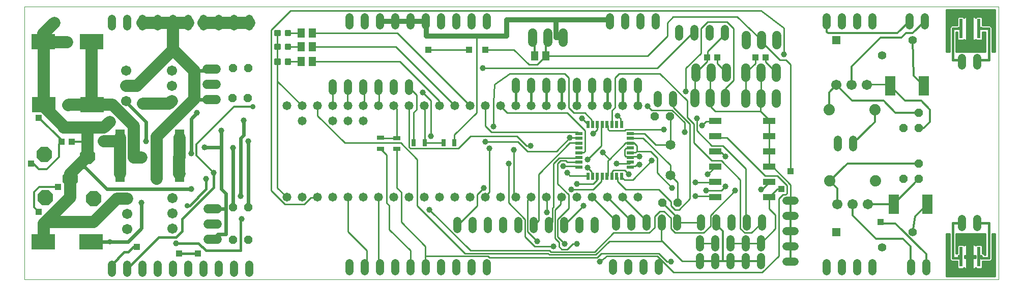
<source format=gtl>
G75*
%MOIN*%
%OFA0B0*%
%FSLAX25Y25*%
%IPPOS*%
%LPD*%
%AMOC8*
5,1,8,0,0,1.08239X$1,22.5*
%
%ADD10C,0.00000*%
%ADD11OC8,0.05200*%
%ADD12C,0.06000*%
%ADD13OC8,0.10000*%
%ADD14R,0.07900X0.04300*%
%ADD15C,0.05800*%
%ADD16C,0.06750*%
%ADD17R,0.05000X0.02200*%
%ADD18R,0.02200X0.05000*%
%ADD19C,0.06500*%
%ADD20C,0.05200*%
%ADD21R,0.15748X0.09843*%
%ADD22R,0.06181X0.11102*%
%ADD23R,0.03150X0.04724*%
%ADD24R,0.04724X0.03150*%
%ADD25R,0.05543X0.05543*%
%ADD26C,0.05543*%
%ADD27R,0.07087X0.12598*%
%ADD28C,0.07400*%
%ADD29R,0.05118X0.05906*%
%ADD30C,0.01181*%
%ADD31R,0.01969X0.12992*%
%ADD32R,0.01575X0.01969*%
%ADD33R,0.05118X0.12992*%
%ADD34R,0.03937X0.04331*%
%ADD35R,0.04331X0.03937*%
%ADD36C,0.00984*%
%ADD37C,0.03962*%
%ADD38C,0.02400*%
%ADD39C,0.01000*%
%ADD40C,0.01575*%
%ADD41C,0.01200*%
%ADD42R,0.03962X0.03962*%
%ADD43C,0.07874*%
%ADD44C,0.03569*%
%ADD45C,0.03200*%
%ADD46C,0.01600*%
%ADD47R,0.02600X0.02600*%
D10*
X0115195Y0123933D02*
X0115195Y0302634D01*
X0753659Y0302634D01*
X0753659Y0123933D01*
X0115195Y0123933D01*
D11*
X0251967Y0149681D03*
X0261967Y0149681D03*
X0261967Y0171020D03*
X0251967Y0171020D03*
X0251573Y0242634D03*
X0261573Y0242634D03*
X0261967Y0262594D03*
X0251967Y0262594D03*
X0528089Y0230665D03*
X0538089Y0230665D03*
X0533148Y0174209D03*
X0543148Y0174209D03*
X0691396Y0189799D03*
X0701396Y0189799D03*
X0701396Y0199799D03*
X0701396Y0223264D03*
X0691396Y0223264D03*
X0701396Y0233264D03*
D12*
X0607974Y0239366D02*
X0607974Y0245366D01*
X0597974Y0245366D02*
X0597974Y0239366D01*
X0587974Y0239366D02*
X0587974Y0245366D01*
X0574510Y0245681D02*
X0574510Y0239681D01*
X0564510Y0239681D02*
X0564510Y0245681D01*
X0554510Y0245681D02*
X0554510Y0239681D01*
X0555297Y0256374D02*
X0555297Y0262374D01*
X0565297Y0262374D02*
X0565297Y0256374D01*
X0575297Y0256374D02*
X0575297Y0262374D01*
X0587974Y0262453D02*
X0587974Y0256453D01*
X0597974Y0256453D02*
X0597974Y0262453D01*
X0607974Y0262453D02*
X0607974Y0256453D01*
X0608100Y0277835D02*
X0608100Y0283835D01*
X0598100Y0283835D02*
X0598100Y0277835D01*
X0588100Y0277835D02*
X0588100Y0283835D01*
X0468112Y0285382D02*
X0468112Y0279382D01*
X0458112Y0279382D02*
X0458112Y0285382D01*
X0448112Y0285382D02*
X0448112Y0279382D01*
X0240793Y0261650D02*
X0234793Y0261650D01*
X0234793Y0251650D02*
X0240793Y0251650D01*
X0240793Y0241650D02*
X0234793Y0241650D01*
X0235581Y0169988D02*
X0241581Y0169988D01*
X0241581Y0159988D02*
X0235581Y0159988D01*
X0235581Y0149988D02*
X0241581Y0149988D01*
D13*
X0160510Y0176807D03*
X0145116Y0189878D03*
X0129014Y0177516D03*
X0128069Y0205665D03*
X0156415Y0204484D03*
D14*
X0567889Y0207634D03*
X0567889Y0217634D03*
X0567889Y0227634D03*
X0603289Y0227634D03*
X0603289Y0217634D03*
X0603289Y0207634D03*
X0603289Y0197634D03*
X0603289Y0187634D03*
X0603289Y0177634D03*
X0567889Y0177634D03*
X0567889Y0187634D03*
X0567889Y0197634D03*
D15*
X0517100Y0177862D03*
X0507100Y0177862D03*
X0497100Y0177862D03*
X0487100Y0177862D03*
X0477100Y0177862D03*
X0467100Y0177862D03*
X0457100Y0177862D03*
X0447100Y0177862D03*
X0437100Y0177862D03*
X0427100Y0177862D03*
X0417100Y0177862D03*
X0407100Y0177862D03*
X0397100Y0177862D03*
X0387100Y0177862D03*
X0377100Y0177862D03*
X0367100Y0177862D03*
X0357100Y0177862D03*
X0347100Y0177862D03*
X0337100Y0177862D03*
X0327100Y0177862D03*
X0317100Y0177862D03*
X0307100Y0177862D03*
X0297100Y0177862D03*
X0287100Y0177862D03*
X0297100Y0227862D03*
X0297100Y0237862D03*
X0287100Y0237862D03*
X0307100Y0237862D03*
X0317100Y0237862D03*
X0327100Y0237862D03*
X0337100Y0237862D03*
X0347100Y0237862D03*
X0357100Y0237862D03*
X0367100Y0237862D03*
X0377100Y0237862D03*
X0387100Y0237862D03*
X0397100Y0237862D03*
X0407100Y0237862D03*
X0417100Y0237862D03*
X0427100Y0237862D03*
X0437100Y0237862D03*
X0447100Y0237862D03*
X0457100Y0237862D03*
X0467100Y0237862D03*
X0477100Y0237862D03*
X0487100Y0237862D03*
X0497100Y0237862D03*
X0507100Y0237862D03*
X0517100Y0237862D03*
X0337100Y0227862D03*
X0327100Y0227862D03*
X0317100Y0227862D03*
D16*
X0211793Y0240941D03*
X0211793Y0250941D03*
X0211793Y0260941D03*
X0181998Y0260862D03*
X0181998Y0250862D03*
X0181998Y0240862D03*
X0182675Y0176650D03*
X0182675Y0166650D03*
X0182675Y0156650D03*
X0212085Y0157043D03*
X0212085Y0167043D03*
X0212085Y0177043D03*
X0647852Y0173146D03*
X0657852Y0173146D03*
X0667852Y0173146D03*
X0667360Y0251394D03*
X0657360Y0251394D03*
X0647360Y0251394D03*
D17*
X0512323Y0219531D03*
X0512323Y0216382D03*
X0512323Y0213232D03*
X0512323Y0210083D03*
X0512323Y0206933D03*
X0512323Y0203783D03*
X0512323Y0200634D03*
X0512323Y0197484D03*
X0478523Y0197484D03*
X0478523Y0200634D03*
X0478523Y0203783D03*
X0478523Y0206933D03*
X0478523Y0210083D03*
X0478523Y0213232D03*
X0478523Y0216382D03*
X0478523Y0219531D03*
D18*
X0484400Y0225408D03*
X0487549Y0225408D03*
X0490699Y0225408D03*
X0493848Y0225408D03*
X0496998Y0225408D03*
X0500148Y0225408D03*
X0503297Y0225408D03*
X0506447Y0225408D03*
X0506447Y0191608D03*
X0503297Y0191608D03*
X0500148Y0191608D03*
X0496998Y0191608D03*
X0493848Y0191608D03*
X0490699Y0191608D03*
X0487549Y0191608D03*
X0484400Y0191608D03*
D19*
X0538435Y0192185D03*
X0538435Y0212185D03*
D20*
X0540234Y0239443D02*
X0540234Y0244643D01*
X0530234Y0244643D02*
X0530234Y0239443D01*
X0517203Y0248302D02*
X0517203Y0253502D01*
X0507203Y0253502D02*
X0507203Y0248302D01*
X0497203Y0248302D02*
X0497203Y0253502D01*
X0487203Y0253502D02*
X0487203Y0248302D01*
X0477203Y0248302D02*
X0477203Y0253502D01*
X0467203Y0253502D02*
X0467203Y0248302D01*
X0457203Y0248302D02*
X0457203Y0253502D01*
X0447203Y0253502D02*
X0447203Y0248302D01*
X0437203Y0248302D02*
X0437203Y0253502D01*
X0367065Y0252517D02*
X0367065Y0247317D01*
X0357065Y0247317D02*
X0357065Y0252517D01*
X0347065Y0252517D02*
X0347065Y0247317D01*
X0337065Y0247317D02*
X0337065Y0252517D01*
X0327065Y0252517D02*
X0327065Y0247317D01*
X0317065Y0247317D02*
X0317065Y0252517D01*
X0328069Y0290624D02*
X0328069Y0295824D01*
X0338069Y0295824D02*
X0338069Y0290624D01*
X0348069Y0290624D02*
X0348069Y0295824D01*
X0358069Y0295824D02*
X0358069Y0290624D01*
X0368069Y0290624D02*
X0368069Y0295824D01*
X0378069Y0295824D02*
X0378069Y0290624D01*
X0388069Y0290624D02*
X0388069Y0295824D01*
X0398069Y0295824D02*
X0398069Y0290624D01*
X0408069Y0290624D02*
X0408069Y0295824D01*
X0418069Y0295824D02*
X0418069Y0290624D01*
X0498738Y0290624D02*
X0498738Y0295824D01*
X0508738Y0295824D02*
X0508738Y0290624D01*
X0518738Y0290624D02*
X0518738Y0295824D01*
X0528738Y0295824D02*
X0528738Y0290624D01*
X0544211Y0288210D02*
X0544211Y0283010D01*
X0554211Y0283010D02*
X0554211Y0288210D01*
X0564211Y0288210D02*
X0564211Y0283010D01*
X0574211Y0283010D02*
X0574211Y0288210D01*
X0640963Y0290624D02*
X0640963Y0295824D01*
X0650963Y0295824D02*
X0650963Y0290624D01*
X0660963Y0290624D02*
X0660963Y0295824D01*
X0670963Y0295824D02*
X0670963Y0290624D01*
X0695077Y0290624D02*
X0695077Y0295824D01*
X0705077Y0295824D02*
X0705077Y0290624D01*
X0729526Y0269250D02*
X0729526Y0264050D01*
X0739526Y0264050D02*
X0739526Y0269250D01*
X0658344Y0215608D02*
X0658344Y0210408D01*
X0648344Y0210408D02*
X0648344Y0215608D01*
X0619763Y0175429D02*
X0614563Y0175429D01*
X0614563Y0165429D02*
X0619763Y0165429D01*
X0619763Y0155429D02*
X0614563Y0155429D01*
X0598667Y0158538D02*
X0598667Y0163738D01*
X0588667Y0163738D02*
X0588667Y0158538D01*
X0578667Y0158538D02*
X0578667Y0163738D01*
X0568667Y0163738D02*
X0568667Y0158538D01*
X0558667Y0158538D02*
X0558667Y0163738D01*
X0542872Y0163690D02*
X0542872Y0158490D01*
X0532872Y0158490D02*
X0532872Y0163690D01*
X0522872Y0163690D02*
X0522872Y0158490D01*
X0512872Y0158490D02*
X0512872Y0163690D01*
X0502872Y0163690D02*
X0502872Y0158490D01*
X0488935Y0156766D02*
X0488935Y0161966D01*
X0478935Y0161966D02*
X0478935Y0156766D01*
X0468935Y0156766D02*
X0468935Y0161966D01*
X0458935Y0161966D02*
X0458935Y0156766D01*
X0448935Y0156766D02*
X0448935Y0161966D01*
X0438935Y0161966D02*
X0438935Y0156766D01*
X0428935Y0156766D02*
X0428935Y0161966D01*
X0418935Y0161966D02*
X0418935Y0156766D01*
X0408935Y0156766D02*
X0408935Y0161966D01*
X0398935Y0161966D02*
X0398935Y0156766D01*
X0398069Y0134407D02*
X0398069Y0129207D01*
X0388069Y0129207D02*
X0388069Y0134407D01*
X0378069Y0134407D02*
X0378069Y0129207D01*
X0368069Y0129207D02*
X0368069Y0134407D01*
X0358069Y0134407D02*
X0358069Y0129207D01*
X0348069Y0129207D02*
X0348069Y0134407D01*
X0338069Y0134407D02*
X0338069Y0129207D01*
X0328069Y0129207D02*
X0328069Y0134407D01*
X0262557Y0133423D02*
X0262557Y0128223D01*
X0252557Y0128223D02*
X0252557Y0133423D01*
X0242557Y0133423D02*
X0242557Y0128223D01*
X0232557Y0128223D02*
X0232557Y0133423D01*
X0222557Y0133423D02*
X0222557Y0128223D01*
X0212557Y0128223D02*
X0212557Y0133423D01*
X0202557Y0133423D02*
X0202557Y0128223D01*
X0192557Y0128223D02*
X0192557Y0133423D01*
X0182557Y0133423D02*
X0182557Y0128223D01*
X0172557Y0128223D02*
X0172557Y0133423D01*
X0408069Y0134407D02*
X0408069Y0129207D01*
X0418069Y0129207D02*
X0418069Y0134407D01*
X0500938Y0134607D02*
X0500938Y0129407D01*
X0510938Y0129407D02*
X0510938Y0134607D01*
X0520938Y0134607D02*
X0520938Y0129407D01*
X0530938Y0129407D02*
X0530938Y0134607D01*
X0557793Y0133144D02*
X0557793Y0138344D01*
X0567793Y0138344D02*
X0567793Y0133144D01*
X0577793Y0133144D02*
X0577793Y0138344D01*
X0577793Y0144955D02*
X0577793Y0150155D01*
X0567793Y0150155D02*
X0567793Y0144955D01*
X0557793Y0144955D02*
X0557793Y0150155D01*
X0587793Y0150155D02*
X0587793Y0144955D01*
X0597793Y0144955D02*
X0597793Y0150155D01*
X0614563Y0145429D02*
X0619763Y0145429D01*
X0619763Y0135429D02*
X0614563Y0135429D01*
X0597793Y0133144D02*
X0597793Y0138344D01*
X0587793Y0138344D02*
X0587793Y0133144D01*
X0640963Y0134407D02*
X0640963Y0129207D01*
X0650963Y0129207D02*
X0650963Y0134407D01*
X0660963Y0134407D02*
X0660963Y0129207D01*
X0670963Y0129207D02*
X0670963Y0134407D01*
X0696081Y0134407D02*
X0696081Y0129207D01*
X0706081Y0129207D02*
X0706081Y0134407D01*
X0729545Y0158243D02*
X0729545Y0163443D01*
X0739545Y0163443D02*
X0739545Y0158243D01*
X0262557Y0289640D02*
X0262557Y0294840D01*
X0252557Y0294840D02*
X0252557Y0289640D01*
X0242557Y0289640D02*
X0242557Y0294840D01*
X0232557Y0294840D02*
X0232557Y0289640D01*
X0222557Y0289640D02*
X0222557Y0294840D01*
X0212557Y0294840D02*
X0212557Y0289640D01*
X0202557Y0289640D02*
X0202557Y0294840D01*
X0192557Y0294840D02*
X0192557Y0289640D01*
X0182557Y0289640D02*
X0182557Y0294840D01*
X0172557Y0294840D02*
X0172557Y0289640D01*
D21*
X0159156Y0279642D03*
X0127659Y0279642D03*
X0128022Y0238547D03*
X0159518Y0238547D03*
X0158959Y0148539D03*
X0127463Y0148539D03*
D22*
X0177746Y0192972D03*
X0216801Y0192972D03*
X0216801Y0216831D03*
X0177746Y0216831D03*
D23*
X0370321Y0213461D03*
X0377407Y0213461D03*
X0389833Y0213461D03*
X0396919Y0213461D03*
D24*
X0359329Y0216413D03*
X0348423Y0216665D03*
X0348423Y0209579D03*
X0359329Y0209327D03*
D25*
X0647380Y0154858D03*
X0647380Y0280843D03*
D26*
X0677380Y0270843D03*
X0697380Y0280843D03*
X0697380Y0154858D03*
X0677380Y0144858D03*
D27*
X0684880Y0173146D03*
X0706927Y0173146D03*
X0704467Y0250902D03*
X0682419Y0250902D03*
D28*
X0672518Y0235154D03*
X0642518Y0235154D03*
X0643010Y0188402D03*
X0673010Y0188402D03*
D29*
X0457026Y0270587D03*
X0449545Y0270587D03*
X0303974Y0266650D03*
X0296494Y0266650D03*
X0296494Y0276492D03*
X0303974Y0276492D03*
X0303974Y0285350D03*
X0296494Y0285350D03*
D30*
X0289317Y0286728D02*
X0289317Y0283972D01*
X0286561Y0283972D01*
X0286561Y0286728D01*
X0289317Y0286728D01*
X0289317Y0285152D02*
X0286561Y0285152D01*
X0286561Y0286332D02*
X0289317Y0286332D01*
X0282411Y0286728D02*
X0282411Y0283972D01*
X0279655Y0283972D01*
X0279655Y0286728D01*
X0282411Y0286728D01*
X0282411Y0285152D02*
X0279655Y0285152D01*
X0279655Y0286332D02*
X0282411Y0286332D01*
X0282411Y0277870D02*
X0282411Y0275114D01*
X0279655Y0275114D01*
X0279655Y0277870D01*
X0282411Y0277870D01*
X0282411Y0276294D02*
X0279655Y0276294D01*
X0279655Y0277474D02*
X0282411Y0277474D01*
X0289317Y0277870D02*
X0289317Y0275114D01*
X0286561Y0275114D01*
X0286561Y0277870D01*
X0289317Y0277870D01*
X0289317Y0276294D02*
X0286561Y0276294D01*
X0286561Y0277474D02*
X0289317Y0277474D01*
X0289317Y0268028D02*
X0289317Y0265272D01*
X0286561Y0265272D01*
X0286561Y0268028D01*
X0289317Y0268028D01*
X0289317Y0266452D02*
X0286561Y0266452D01*
X0286561Y0267632D02*
X0289317Y0267632D01*
X0282411Y0268028D02*
X0282411Y0265272D01*
X0279655Y0265272D01*
X0279655Y0268028D01*
X0282411Y0268028D01*
X0282411Y0266452D02*
X0279655Y0266452D01*
X0279655Y0267632D02*
X0282411Y0267632D01*
D31*
X0728876Y0288303D03*
X0740687Y0288303D03*
X0740687Y0138697D03*
X0728876Y0138697D03*
D32*
X0727498Y0138697D03*
X0742065Y0138697D03*
X0742065Y0288303D03*
X0727498Y0288303D03*
D33*
X0734781Y0288303D03*
X0734781Y0138697D03*
D34*
X0600825Y0269602D03*
X0594132Y0269602D03*
X0569329Y0269602D03*
X0562636Y0269602D03*
D35*
X0146100Y0213992D03*
X0139407Y0213992D03*
D36*
X0281033Y0183929D02*
X0287100Y0177862D01*
X0281033Y0183929D02*
X0281033Y0253929D01*
X0297100Y0237862D01*
X0281033Y0253929D02*
X0281033Y0266650D01*
X0281033Y0276492D01*
X0281033Y0285350D01*
X0287939Y0285350D02*
X0296494Y0285350D01*
X0303974Y0285350D02*
X0359612Y0285350D01*
X0407100Y0237862D01*
X0411455Y0233185D02*
X0411455Y0283382D01*
X0406533Y0274524D02*
X0379959Y0274524D01*
X0361258Y0266650D02*
X0303974Y0266650D01*
X0296494Y0266650D02*
X0287939Y0266650D01*
X0287939Y0276492D02*
X0296494Y0276492D01*
X0303974Y0276492D02*
X0358470Y0276492D01*
X0397100Y0237862D01*
X0387100Y0237862D02*
X0386848Y0238114D01*
X0386848Y0241059D01*
X0361258Y0266650D01*
X0367065Y0249917D02*
X0372085Y0244898D01*
X0372085Y0235154D01*
X0370321Y0233390D01*
X0370321Y0213461D01*
X0377407Y0213461D02*
X0389833Y0213461D01*
X0396919Y0213461D02*
X0396919Y0218650D01*
X0411455Y0233185D01*
X0417100Y0237862D02*
X0417100Y0224587D01*
X0421297Y0220390D01*
X0477665Y0220390D01*
X0478523Y0219531D01*
X0512323Y0219531D02*
X0512449Y0219406D01*
X0521691Y0219406D01*
X0528817Y0212280D01*
X0538435Y0212185D01*
X0538482Y0230272D01*
X0538089Y0230665D01*
X0554510Y0242681D02*
X0554510Y0258587D01*
X0555297Y0259374D01*
X0562636Y0266713D01*
X0562636Y0269602D01*
X0563030Y0269996D01*
X0563030Y0273539D01*
X0574211Y0284720D01*
X0574211Y0285610D01*
X0582258Y0296177D02*
X0598100Y0280835D01*
X0598100Y0279807D01*
X0610274Y0267634D01*
X0614211Y0267634D01*
X0617163Y0264681D01*
X0617163Y0194799D01*
X0617163Y0185941D02*
X0605470Y0197634D01*
X0603289Y0197634D01*
X0603289Y0207634D01*
X0603289Y0217634D01*
X0603289Y0227634D01*
X0603289Y0228359D01*
X0597478Y0234169D01*
X0597478Y0241870D01*
X0597974Y0242366D01*
X0597974Y0259453D01*
X0594132Y0265610D02*
X0587974Y0259453D01*
X0587974Y0242366D01*
X0597478Y0234169D02*
X0567951Y0234169D01*
X0564998Y0237122D01*
X0564998Y0242193D01*
X0564510Y0242681D01*
X0564510Y0258587D01*
X0565297Y0259374D01*
X0569329Y0265343D02*
X0575297Y0259374D01*
X0569329Y0265343D02*
X0569329Y0269602D01*
X0594132Y0269602D02*
X0594132Y0265610D01*
X0600825Y0266602D02*
X0600825Y0269602D01*
X0600825Y0266602D02*
X0607974Y0259453D01*
X0536455Y0283382D02*
X0536455Y0292240D01*
X0540392Y0296177D01*
X0582258Y0296177D01*
X0536455Y0283382D02*
X0523659Y0270587D01*
X0457026Y0270587D01*
X0451120Y0264681D01*
X0445904Y0264681D01*
X0436061Y0274524D01*
X0417360Y0274524D01*
X0377407Y0237555D02*
X0377100Y0237862D01*
X0377407Y0237555D02*
X0377407Y0213461D01*
X0359329Y0216413D02*
X0359329Y0235634D01*
X0357100Y0237862D01*
X0359329Y0216413D02*
X0348675Y0216413D01*
X0348423Y0216665D01*
X0348423Y0209579D02*
X0352400Y0205602D01*
X0352400Y0174130D01*
X0354368Y0172161D01*
X0354368Y0156413D01*
X0368069Y0142713D01*
X0368069Y0131807D01*
X0377990Y0131886D02*
X0378069Y0131807D01*
X0377990Y0131886D02*
X0377990Y0139126D01*
X0377990Y0145587D01*
X0362242Y0161335D01*
X0362242Y0181020D01*
X0359329Y0183933D01*
X0359329Y0209327D01*
X0327100Y0177862D02*
X0327100Y0155138D01*
X0339604Y0142634D01*
X0339604Y0133343D01*
X0338069Y0131807D01*
X0487100Y0177862D02*
X0502872Y0162091D01*
X0502872Y0161090D01*
X0512872Y0161090D02*
X0512872Y0162091D01*
X0497100Y0177862D01*
X0507100Y0177862D02*
X0522872Y0162091D01*
X0522872Y0161090D01*
X0532518Y0161035D02*
X0532872Y0161090D01*
X0532518Y0161035D02*
X0532518Y0149524D01*
X0532823Y0149219D01*
X0546297Y0135744D01*
X0557793Y0135744D01*
X0557793Y0147555D02*
X0567793Y0147555D01*
X0577793Y0147555D02*
X0587793Y0147555D01*
X0597793Y0147555D01*
X0607321Y0157083D01*
X0607321Y0166256D01*
X0603289Y0170288D01*
X0603289Y0177634D01*
X0608643Y0182988D01*
X0611258Y0182988D01*
X0617163Y0185941D02*
X0617163Y0175429D01*
X0558667Y0161138D02*
X0543124Y0161138D01*
X0542872Y0161090D01*
X0542872Y0164484D01*
X0533148Y0174209D01*
X0543148Y0174209D02*
X0543148Y0187614D01*
X0538435Y0192185D01*
X0538482Y0198677D01*
X0520707Y0216453D01*
X0512394Y0216453D01*
X0512323Y0216382D01*
D37*
X0518262Y0204366D03*
X0526305Y0201685D03*
X0518262Y0199004D03*
X0511112Y0192748D03*
X0503069Y0199898D03*
X0494132Y0207047D03*
X0484301Y0202579D03*
X0484301Y0197217D03*
X0470896Y0193642D03*
X0468215Y0198110D03*
X0477152Y0186492D03*
X0473577Y0182917D03*
X0481620Y0172193D03*
X0457490Y0167724D03*
X0451234Y0148957D03*
X0461959Y0145382D03*
X0469108Y0147169D03*
X0477152Y0147169D03*
X0492238Y0135551D03*
X0538817Y0135551D03*
X0554904Y0178449D03*
X0562053Y0182024D03*
X0554904Y0187386D03*
X0562947Y0192748D03*
X0574565Y0184705D03*
X0580821Y0182024D03*
X0597801Y0182917D03*
X0574565Y0204366D03*
X0547754Y0220453D03*
X0559372Y0224921D03*
X0555797Y0229390D03*
X0534348Y0222240D03*
X0523624Y0237433D03*
X0503963Y0231177D03*
X0487876Y0219559D03*
X0472683Y0216878D03*
X0446766Y0211516D03*
X0436041Y0208835D03*
X0419955Y0209728D03*
X0417274Y0214197D03*
X0422636Y0224028D03*
X0381526Y0217772D03*
X0432467Y0199898D03*
X0416380Y0183811D03*
X0380632Y0169512D03*
X0261848Y0214484D03*
X0252006Y0210055D03*
X0244132Y0221374D03*
X0258896Y0228264D03*
X0228384Y0233185D03*
X0192951Y0239091D03*
X0171297Y0227280D03*
X0143738Y0238106D03*
X0167360Y0214484D03*
X0191967Y0203657D03*
X0194919Y0214484D03*
X0216573Y0203657D03*
X0224447Y0206610D03*
X0233305Y0210547D03*
X0239211Y0193815D03*
X0234289Y0189878D03*
X0224447Y0182988D03*
X0201809Y0189878D03*
X0191967Y0174130D03*
X0214604Y0147555D03*
X0257419Y0163303D03*
X0256927Y0178559D03*
X0376163Y0246370D03*
X0415486Y0262457D03*
X0480726Y0229390D03*
X0548648Y0247264D03*
X0612994Y0271394D03*
X0539711Y0183811D03*
D38*
X0261848Y0179012D02*
X0261967Y0171020D01*
X0251967Y0171020D02*
X0252006Y0178933D01*
X0252006Y0210055D01*
X0244132Y0210547D02*
X0233305Y0210547D01*
X0224447Y0206610D02*
X0224447Y0229248D01*
X0228384Y0233185D01*
X0226809Y0241650D02*
X0226415Y0242043D01*
X0226809Y0241650D02*
X0237793Y0241650D01*
X0258896Y0228264D02*
X0258896Y0218421D01*
X0256927Y0216453D01*
X0256927Y0178559D01*
X0261848Y0179012D02*
X0261848Y0214484D01*
X0244132Y0210547D02*
X0244132Y0221374D01*
X0244132Y0210547D02*
X0244132Y0182988D01*
X0247085Y0180035D01*
X0247085Y0170193D01*
X0247085Y0153461D01*
X0242053Y0153461D01*
X0238581Y0149988D01*
X0238581Y0169988D02*
X0238785Y0170193D01*
X0247085Y0170193D01*
X0224447Y0182988D02*
X0169329Y0182988D01*
X0155077Y0197240D01*
X0194919Y0214484D02*
X0194919Y0227280D01*
X0181998Y0240201D01*
X0181998Y0240862D01*
X0226415Y0260744D02*
X0236888Y0260744D01*
X0237793Y0261650D01*
X0191967Y0174130D02*
X0191967Y0157398D01*
X0183108Y0148539D01*
X0171297Y0148539D01*
X0158959Y0148539D01*
D39*
X0276963Y0182024D02*
X0276963Y0287480D01*
X0289474Y0299992D01*
X0597801Y0299992D01*
X0612994Y0288799D01*
X0612994Y0271394D01*
X0579927Y0288374D02*
X0575459Y0292843D01*
X0562947Y0292843D01*
X0558478Y0288374D01*
X0558478Y0272287D01*
X0548648Y0262457D01*
X0548648Y0247264D01*
X0549541Y0241008D02*
X0549541Y0230283D01*
X0554010Y0225815D01*
X0554010Y0213303D01*
X0565628Y0201685D01*
X0571884Y0201685D01*
X0584396Y0189173D01*
X0584396Y0157000D01*
X0587077Y0154319D01*
X0591545Y0154319D01*
X0597801Y0160575D01*
X0598667Y0161138D01*
X0588667Y0161138D02*
X0587970Y0161469D01*
X0587970Y0196323D01*
X0572778Y0211516D01*
X0565628Y0211516D01*
X0555797Y0221346D01*
X0555797Y0229390D01*
X0551329Y0225815D02*
X0540604Y0236539D01*
X0540604Y0241902D01*
X0540234Y0242043D01*
X0549541Y0241008D02*
X0531667Y0258882D01*
X0504856Y0258882D01*
X0502175Y0256201D01*
X0502175Y0236539D01*
X0500388Y0234752D01*
X0500388Y0225815D01*
X0500148Y0225408D01*
X0497707Y0224921D02*
X0496998Y0225408D01*
X0497707Y0224921D02*
X0497707Y0222240D01*
X0498600Y0221346D01*
X0508431Y0221346D01*
X0509325Y0222240D01*
X0534348Y0222240D01*
X0547754Y0220453D02*
X0547754Y0226709D01*
X0539711Y0234752D01*
X0526305Y0234752D01*
X0523624Y0237433D01*
X0505750Y0229390D02*
X0503963Y0231177D01*
X0505750Y0229390D02*
X0505750Y0225815D01*
X0506447Y0225408D01*
X0493848Y0225408D02*
X0493238Y0224921D01*
X0493238Y0211516D01*
X0484301Y0202579D01*
X0481620Y0207047D02*
X0482514Y0207941D01*
X0482514Y0221346D01*
X0470896Y0232965D01*
X0431573Y0232965D01*
X0427104Y0237433D01*
X0427100Y0237862D01*
X0422636Y0240075D02*
X0423266Y0251886D01*
X0433108Y0258776D01*
X0441404Y0258882D01*
X0469108Y0258882D01*
X0471789Y0256201D01*
X0471789Y0236539D01*
X0475364Y0232965D01*
X0482514Y0232965D01*
X0486982Y0228496D01*
X0486982Y0225815D01*
X0487549Y0225408D01*
X0490557Y0224921D02*
X0490699Y0225408D01*
X0490557Y0224921D02*
X0490557Y0222240D01*
X0487876Y0219559D01*
X0478523Y0216382D02*
X0478045Y0216878D01*
X0472683Y0216878D01*
X0463746Y0207941D01*
X0444978Y0207941D01*
X0438722Y0214197D01*
X0417274Y0214197D01*
X0419955Y0209728D02*
X0419955Y0181130D01*
X0417274Y0178449D01*
X0417100Y0177862D01*
X0411911Y0179343D02*
X0411911Y0172193D01*
X0399400Y0159681D01*
X0398935Y0159366D01*
X0407443Y0142701D02*
X0380632Y0169512D01*
X0372589Y0172193D02*
X0403868Y0140913D01*
X0458384Y0140913D01*
X0459278Y0140020D01*
X0489663Y0140020D01*
X0498600Y0148957D01*
X0532561Y0148957D01*
X0532823Y0149219D01*
X0524518Y0154319D02*
X0528093Y0157894D01*
X0528093Y0165043D01*
X0531667Y0168618D01*
X0534348Y0168618D01*
X0538817Y0164150D01*
X0538817Y0157000D01*
X0541498Y0154319D01*
X0560266Y0154319D01*
X0564734Y0158787D01*
X0564734Y0165937D01*
X0580821Y0182024D01*
X0574565Y0184705D02*
X0571884Y0182024D01*
X0562053Y0182024D01*
X0567415Y0178449D02*
X0554904Y0178449D01*
X0551329Y0176661D02*
X0551329Y0225815D01*
X0559372Y0224921D02*
X0562053Y0227602D01*
X0567415Y0227602D01*
X0567889Y0227634D01*
X0567889Y0217634D02*
X0568309Y0216878D01*
X0575459Y0216878D01*
X0600482Y0191854D01*
X0608526Y0191854D01*
X0614781Y0185598D01*
X0614781Y0180236D01*
X0613888Y0179343D01*
X0612100Y0179343D01*
X0609419Y0176661D01*
X0609419Y0139126D01*
X0598695Y0128402D01*
X0540604Y0128402D01*
X0529880Y0139126D01*
X0496813Y0139126D01*
X0492238Y0135551D01*
X0490557Y0138232D02*
X0419955Y0138232D01*
X0419061Y0139126D01*
X0377990Y0139126D01*
X0377951Y0139126D01*
X0407443Y0142701D02*
X0459278Y0142701D01*
X0460171Y0141807D01*
X0488770Y0141807D01*
X0501281Y0154319D01*
X0524518Y0154319D01*
X0530774Y0140913D02*
X0493238Y0140913D01*
X0490557Y0138232D01*
X0477152Y0147169D02*
X0474470Y0147169D01*
X0470896Y0143594D01*
X0467321Y0143594D01*
X0465533Y0145382D01*
X0465533Y0148063D01*
X0462852Y0150744D01*
X0462852Y0169512D01*
X0466427Y0173087D01*
X0466427Y0177555D01*
X0467100Y0177862D01*
X0471789Y0179343D02*
X0471789Y0170406D01*
X0464640Y0163256D01*
X0464640Y0151638D01*
X0469108Y0147169D01*
X0461959Y0145382D02*
X0449447Y0145382D01*
X0443191Y0151638D01*
X0443191Y0163256D01*
X0432467Y0173980D01*
X0432467Y0199898D01*
X0452128Y0192748D02*
X0452128Y0162362D01*
X0449447Y0159681D01*
X0448935Y0159366D01*
X0444978Y0155213D02*
X0444978Y0175768D01*
X0446766Y0177555D01*
X0447100Y0177862D01*
X0457100Y0177862D02*
X0457490Y0177555D01*
X0457490Y0167724D01*
X0461065Y0170406D02*
X0461065Y0161469D01*
X0459278Y0159681D01*
X0458935Y0159366D01*
X0468935Y0159366D02*
X0469108Y0159681D01*
X0481620Y0172193D01*
X0471789Y0179343D02*
X0464640Y0186492D01*
X0464640Y0199898D01*
X0466427Y0201685D01*
X0470002Y0201685D01*
X0470896Y0200791D01*
X0478045Y0200791D01*
X0478523Y0200634D01*
X0478045Y0198110D02*
X0478523Y0197484D01*
X0478045Y0198110D02*
X0468215Y0198110D01*
X0470896Y0193642D02*
X0472683Y0191854D01*
X0484301Y0191854D01*
X0484400Y0191608D01*
X0486982Y0191854D02*
X0486982Y0194535D01*
X0484301Y0197217D01*
X0478523Y0203783D02*
X0478045Y0203472D01*
X0465533Y0203472D01*
X0461959Y0199898D01*
X0461959Y0171299D01*
X0461065Y0170406D01*
X0473577Y0182917D02*
X0487876Y0182917D01*
X0493238Y0188280D01*
X0493238Y0190961D01*
X0493848Y0191608D01*
X0490699Y0191608D02*
X0490557Y0190961D01*
X0490557Y0189173D01*
X0487876Y0186492D01*
X0477152Y0186492D01*
X0486982Y0191854D02*
X0487549Y0191608D01*
X0496998Y0191608D02*
X0497707Y0191854D01*
X0497707Y0201685D01*
X0498600Y0202579D01*
X0494132Y0207047D01*
X0498600Y0202579D02*
X0509325Y0213303D01*
X0512006Y0213303D01*
X0512323Y0213232D01*
X0512900Y0213303D01*
X0514687Y0213303D01*
X0516474Y0211516D01*
X0516474Y0207941D01*
X0525411Y0207941D01*
X0529880Y0203472D01*
X0529880Y0193642D01*
X0539711Y0183811D01*
X0554904Y0187386D02*
X0567415Y0187386D01*
X0567889Y0187634D01*
X0562947Y0192748D02*
X0567415Y0197217D01*
X0567889Y0197634D01*
X0568309Y0207047D02*
X0567889Y0207634D01*
X0568309Y0207047D02*
X0571884Y0207047D01*
X0574565Y0204366D01*
X0598695Y0182917D02*
X0603163Y0187386D01*
X0603289Y0187634D01*
X0598695Y0182917D02*
X0597801Y0182917D01*
X0567889Y0177634D02*
X0567415Y0178449D01*
X0551329Y0176661D02*
X0544179Y0169512D01*
X0541498Y0169512D01*
X0538817Y0172193D01*
X0538817Y0174874D01*
X0530774Y0182917D01*
X0509325Y0182917D01*
X0503963Y0188280D01*
X0503963Y0190961D01*
X0503297Y0191608D01*
X0500388Y0191854D02*
X0500388Y0194535D01*
X0501281Y0195429D01*
X0508431Y0195429D01*
X0511112Y0192748D01*
X0513793Y0189173D02*
X0508431Y0189173D01*
X0506644Y0190961D01*
X0506447Y0191608D01*
X0500388Y0191854D02*
X0500148Y0191608D01*
X0503069Y0199898D02*
X0512006Y0199898D01*
X0512323Y0200634D01*
X0512900Y0198110D02*
X0512323Y0197484D01*
X0512900Y0198110D02*
X0515581Y0198110D01*
X0516474Y0199004D01*
X0518262Y0199004D01*
X0512900Y0204366D02*
X0512323Y0203783D01*
X0512006Y0204366D01*
X0509325Y0204366D01*
X0508431Y0205260D01*
X0508431Y0208835D01*
X0509325Y0209728D01*
X0512006Y0209728D01*
X0512323Y0210083D01*
X0512900Y0207047D02*
X0512323Y0206933D01*
X0512900Y0207047D02*
X0515581Y0207047D01*
X0516474Y0207941D01*
X0518262Y0204366D02*
X0512900Y0204366D01*
X0526305Y0201685D02*
X0513793Y0189173D01*
X0481620Y0207047D02*
X0478939Y0207047D01*
X0478523Y0206933D01*
X0478523Y0213232D02*
X0478045Y0213303D01*
X0472683Y0213303D01*
X0452128Y0192748D01*
X0436935Y0178449D02*
X0437100Y0177862D01*
X0436935Y0178449D02*
X0436041Y0179343D01*
X0436041Y0208835D01*
X0444085Y0211516D02*
X0437829Y0217772D01*
X0407443Y0217772D01*
X0399400Y0209728D01*
X0368120Y0209728D01*
X0367226Y0210622D01*
X0367226Y0237433D01*
X0367100Y0237862D01*
X0376163Y0246370D02*
X0381526Y0241008D01*
X0381526Y0217772D01*
X0372589Y0202579D02*
X0361864Y0213303D01*
X0325222Y0213303D01*
X0307348Y0231177D01*
X0307348Y0237433D01*
X0307100Y0237862D01*
X0317100Y0237862D02*
X0317179Y0238327D01*
X0317179Y0249051D01*
X0317065Y0249917D01*
X0327010Y0249051D02*
X0327065Y0249917D01*
X0327010Y0249051D02*
X0327010Y0238327D01*
X0327100Y0237862D01*
X0337100Y0237862D02*
X0337734Y0238327D01*
X0337734Y0249051D01*
X0337065Y0249917D01*
X0347065Y0249917D02*
X0347565Y0249051D01*
X0347565Y0238327D01*
X0347100Y0237862D01*
X0415486Y0262457D02*
X0529880Y0262457D01*
X0552222Y0284799D01*
X0554010Y0284799D01*
X0554211Y0285610D01*
X0579927Y0288374D02*
X0579927Y0254413D01*
X0574565Y0249051D01*
X0574565Y0242795D01*
X0574510Y0242681D01*
X0484400Y0225408D02*
X0484301Y0225815D01*
X0480726Y0229390D01*
X0446766Y0211516D02*
X0444085Y0211516D01*
X0422636Y0224028D02*
X0422636Y0240075D01*
X0422636Y0240114D01*
X0372589Y0202579D02*
X0372589Y0172193D01*
X0347100Y0177862D02*
X0347100Y0132776D01*
X0302880Y0177555D02*
X0298411Y0173087D01*
X0285900Y0173087D01*
X0276963Y0182024D01*
X0302880Y0177555D02*
X0306455Y0177555D01*
X0307100Y0177862D01*
X0411911Y0179343D02*
X0416380Y0183811D01*
X0444978Y0155213D02*
X0451234Y0148957D01*
X0530774Y0140913D02*
X0536136Y0135551D01*
X0538817Y0135551D01*
X0739545Y0160843D02*
X0742026Y0160382D01*
X0682419Y0250902D02*
X0681809Y0251732D01*
X0667510Y0251732D01*
X0667360Y0251394D01*
D40*
X0257419Y0163303D02*
X0256927Y0162319D01*
X0256927Y0142634D01*
X0234289Y0142634D01*
X0229368Y0147555D01*
X0214604Y0147555D01*
X0214604Y0151492D02*
X0203226Y0151492D01*
X0182557Y0130823D01*
X0214604Y0151492D02*
X0218541Y0155429D01*
X0218541Y0163303D01*
X0239211Y0183972D01*
X0239211Y0193815D01*
X0234289Y0189878D02*
X0234289Y0182988D01*
X0223463Y0172161D01*
X0221986Y0172161D01*
X0155077Y0197240D02*
X0152478Y0197240D01*
X0145116Y0189878D01*
X0155077Y0197240D02*
X0152124Y0200193D01*
D41*
X0137833Y0204150D02*
X0137833Y0212417D01*
X0139407Y0213992D01*
X0139407Y0215370D01*
X0124545Y0229740D01*
X0146100Y0213992D02*
X0155549Y0213992D01*
X0156533Y0213008D01*
X0137833Y0204150D02*
X0129959Y0196276D01*
X0124545Y0196276D01*
X0121100Y0199720D01*
X0119624Y0199720D01*
X0125037Y0184465D02*
X0121593Y0181020D01*
X0121593Y0171177D01*
X0124545Y0168224D01*
X0125037Y0184465D02*
X0137341Y0184465D01*
X0227892Y0205134D02*
X0239211Y0193815D01*
X0227892Y0205134D02*
X0227892Y0212516D01*
X0252498Y0237122D01*
X0264801Y0237122D01*
X0449545Y0270587D02*
X0449545Y0280949D01*
X0448112Y0282382D01*
X0457026Y0281295D02*
X0458112Y0282382D01*
X0457026Y0281295D02*
X0457026Y0270587D01*
X0640963Y0286157D02*
X0641770Y0285350D01*
X0687203Y0285350D01*
X0695077Y0293224D01*
X0692951Y0285350D02*
X0697203Y0285350D01*
X0705077Y0293224D01*
X0692951Y0285350D02*
X0689998Y0282398D01*
X0676219Y0282398D01*
X0657360Y0263539D01*
X0657360Y0251394D01*
X0647360Y0251394D02*
X0642518Y0246551D01*
X0642518Y0235154D01*
X0657695Y0241059D02*
X0647360Y0251394D01*
X0657695Y0241059D02*
X0678187Y0241059D01*
X0685982Y0233264D01*
X0701396Y0233264D01*
X0708699Y0235154D02*
X0702793Y0241059D01*
X0692262Y0241059D01*
X0682419Y0250902D01*
X0697872Y0257496D02*
X0704467Y0250902D01*
X0697872Y0257496D02*
X0697380Y0280843D01*
X0640963Y0286157D02*
X0640963Y0293224D01*
X0672518Y0235154D02*
X0672518Y0227181D01*
X0658344Y0213008D01*
X0654407Y0199799D02*
X0643010Y0188402D01*
X0647852Y0183559D01*
X0647852Y0173146D01*
X0657852Y0173146D02*
X0657852Y0165921D01*
X0673266Y0150508D01*
X0690982Y0150508D01*
X0695904Y0145587D01*
X0695904Y0131984D01*
X0696081Y0131807D01*
X0706081Y0131807D02*
X0706081Y0140331D01*
X0686061Y0160350D01*
X0677203Y0160350D01*
X0676219Y0161335D01*
X0697380Y0154858D02*
X0698856Y0165075D01*
X0706927Y0173146D01*
X0701396Y0189799D02*
X0684880Y0173283D01*
X0684880Y0173146D01*
X0667852Y0173146D01*
X0654407Y0199799D02*
X0701396Y0199799D01*
X0701396Y0223264D02*
X0704683Y0223264D01*
X0708699Y0227280D01*
X0708699Y0235154D01*
X0617163Y0175429D02*
X0617163Y0165429D01*
X0617163Y0155429D01*
X0617163Y0145429D01*
X0617163Y0135429D01*
X0597793Y0135744D02*
X0587793Y0135744D01*
X0577793Y0135744D01*
X0572872Y0135744D01*
X0572872Y0155429D01*
X0568667Y0159634D01*
X0568667Y0161138D01*
X0567793Y0135744D02*
X0557793Y0135744D01*
X0567793Y0135744D02*
X0572872Y0135744D01*
D42*
X0676219Y0161335D03*
X0611258Y0182988D03*
X0617163Y0194799D03*
X0417360Y0274524D03*
X0406533Y0274524D03*
X0379959Y0274524D03*
X0143246Y0279445D03*
X0124545Y0229740D03*
X0119624Y0199720D03*
X0137341Y0184465D03*
X0124545Y0168224D03*
X0189014Y0145094D03*
X0216573Y0140665D03*
X0228876Y0140665D03*
D43*
X0175785Y0176650D02*
X0160470Y0161335D01*
X0128974Y0161335D01*
X0127990Y0160350D01*
X0127990Y0149067D01*
X0127463Y0148539D01*
X0128974Y0161335D02*
X0145116Y0177476D01*
X0145116Y0189878D01*
X0145116Y0193185D01*
X0152124Y0200193D01*
X0156415Y0204484D01*
X0156533Y0204484D01*
X0156533Y0213008D01*
X0156533Y0223343D01*
X0167360Y0223343D01*
X0171297Y0227280D01*
X0156533Y0223343D02*
X0140785Y0223343D01*
X0140785Y0224327D01*
X0128022Y0237091D01*
X0128022Y0238547D01*
X0128022Y0279280D01*
X0127659Y0279642D01*
X0143246Y0279445D01*
X0134880Y0292240D02*
X0127659Y0285020D01*
X0127659Y0279642D01*
X0159156Y0279642D02*
X0159156Y0238909D01*
X0159518Y0238547D01*
X0172825Y0238547D01*
X0187045Y0224327D01*
X0187045Y0203657D01*
X0191967Y0203657D01*
X0177746Y0192972D02*
X0177746Y0214484D01*
X0177746Y0216831D01*
X0174250Y0214484D02*
X0167360Y0214484D01*
X0201809Y0217437D02*
X0226415Y0242043D01*
X0226415Y0260744D01*
X0212636Y0274524D01*
X0212557Y0292240D01*
X0202557Y0292240D01*
X0192557Y0292240D01*
X0212557Y0292240D02*
X0222557Y0292240D01*
X0232557Y0292240D02*
X0242557Y0292240D01*
X0252557Y0292240D01*
X0262557Y0292240D01*
X0212636Y0274524D02*
X0188974Y0250862D01*
X0181998Y0250862D01*
X0192951Y0239091D02*
X0209943Y0239091D01*
X0211793Y0240941D01*
X0216801Y0216831D02*
X0216801Y0203886D01*
X0216573Y0203657D01*
X0216573Y0193201D01*
X0216801Y0192972D01*
X0201809Y0189878D02*
X0201809Y0217437D01*
X0159518Y0238547D02*
X0144179Y0238547D01*
X0143738Y0238106D01*
X0175785Y0176650D02*
X0182675Y0176650D01*
D44*
X0221986Y0172161D03*
X0171297Y0148539D03*
X0127990Y0160350D03*
X0264801Y0237122D03*
D45*
X0177746Y0214484D02*
X0174250Y0214484D01*
X0348069Y0293224D02*
X0358069Y0293224D01*
X0368069Y0293224D01*
X0378069Y0293224D01*
X0378482Y0292811D01*
X0378482Y0283382D01*
X0411455Y0283382D01*
X0431140Y0283382D01*
X0431140Y0294209D01*
X0463620Y0294209D01*
X0463620Y0282382D01*
X0468112Y0282382D01*
X0463620Y0294209D02*
X0498738Y0294209D01*
X0498738Y0293224D01*
D46*
X0497203Y0250902D02*
X0497100Y0237862D01*
X0487100Y0237862D02*
X0487203Y0250902D01*
X0477203Y0250902D02*
X0477100Y0237862D01*
X0467100Y0237862D02*
X0467203Y0250902D01*
X0457203Y0250902D02*
X0457100Y0237862D01*
X0447100Y0237862D02*
X0447203Y0250902D01*
X0437203Y0250902D02*
X0437100Y0237862D01*
X0507100Y0237862D02*
X0507203Y0250902D01*
X0517203Y0250902D02*
X0517100Y0237862D01*
X0719526Y0273539D02*
X0719526Y0300334D01*
X0751022Y0300334D01*
X0751022Y0273539D01*
X0749472Y0273539D01*
X0749472Y0289292D01*
X0748074Y0290691D01*
X0746096Y0290691D01*
X0743694Y0290691D01*
X0743510Y0290875D01*
X0743259Y0290875D01*
X0743259Y0295457D01*
X0742329Y0296387D01*
X0739045Y0296387D01*
X0738522Y0295863D01*
X0737998Y0296387D01*
X0731565Y0296387D01*
X0731041Y0295863D01*
X0730518Y0296387D01*
X0727234Y0296387D01*
X0726304Y0295457D01*
X0726304Y0290875D01*
X0726053Y0290875D01*
X0725869Y0290691D01*
X0722474Y0290691D01*
X0721075Y0289292D01*
X0721075Y0273539D01*
X0719526Y0273539D01*
X0719526Y0274193D02*
X0721075Y0274193D01*
X0721075Y0275792D02*
X0719526Y0275792D01*
X0719526Y0277390D02*
X0721075Y0277390D01*
X0721075Y0278989D02*
X0719526Y0278989D01*
X0719526Y0280587D02*
X0721075Y0280587D01*
X0721075Y0282186D02*
X0719526Y0282186D01*
X0719526Y0283784D02*
X0721075Y0283784D01*
X0721075Y0285383D02*
X0719526Y0285383D01*
X0719526Y0286981D02*
X0721075Y0286981D01*
X0721075Y0288580D02*
X0719526Y0288580D01*
X0719526Y0290178D02*
X0721961Y0290178D01*
X0723463Y0288303D02*
X0723463Y0267634D01*
X0729526Y0267634D01*
X0729526Y0266650D01*
X0729526Y0267634D01*
X0725850Y0273539D02*
X0725850Y0285916D01*
X0725869Y0285916D01*
X0726053Y0285731D01*
X0726304Y0285731D01*
X0726304Y0281150D01*
X0727234Y0280220D01*
X0730518Y0280220D01*
X0731041Y0280743D01*
X0731565Y0280220D01*
X0737998Y0280220D01*
X0738522Y0280743D01*
X0739045Y0280220D01*
X0742329Y0280220D01*
X0743259Y0281150D01*
X0743259Y0285731D01*
X0743510Y0285731D01*
X0743694Y0285916D01*
X0744697Y0285916D01*
X0744697Y0273539D01*
X0725850Y0273539D01*
X0725850Y0274193D02*
X0744697Y0274193D01*
X0744697Y0275792D02*
X0725850Y0275792D01*
X0725850Y0277390D02*
X0744697Y0277390D01*
X0744697Y0278989D02*
X0725850Y0278989D01*
X0725850Y0280587D02*
X0726867Y0280587D01*
X0726304Y0282186D02*
X0725850Y0282186D01*
X0725850Y0283784D02*
X0726304Y0283784D01*
X0726304Y0285383D02*
X0725850Y0285383D01*
X0723463Y0288303D02*
X0728876Y0288303D01*
X0726304Y0291777D02*
X0719526Y0291777D01*
X0719526Y0293375D02*
X0726304Y0293375D01*
X0726304Y0294974D02*
X0719526Y0294974D01*
X0719526Y0296572D02*
X0751022Y0296572D01*
X0751022Y0294974D02*
X0743259Y0294974D01*
X0743259Y0293375D02*
X0751022Y0293375D01*
X0751022Y0291777D02*
X0743259Y0291777D01*
X0740687Y0288303D02*
X0747085Y0288303D01*
X0747085Y0267634D01*
X0739526Y0267634D01*
X0739526Y0266650D01*
X0749472Y0274193D02*
X0751022Y0274193D01*
X0751022Y0275792D02*
X0749472Y0275792D01*
X0749472Y0277390D02*
X0751022Y0277390D01*
X0751022Y0278989D02*
X0749472Y0278989D01*
X0749472Y0280587D02*
X0751022Y0280587D01*
X0751022Y0282186D02*
X0749472Y0282186D01*
X0749472Y0283784D02*
X0751022Y0283784D01*
X0751022Y0285383D02*
X0749472Y0285383D01*
X0749472Y0286981D02*
X0751022Y0286981D01*
X0751022Y0288580D02*
X0749472Y0288580D01*
X0748586Y0290178D02*
X0751022Y0290178D01*
X0744697Y0285383D02*
X0743259Y0285383D01*
X0743259Y0283784D02*
X0744697Y0283784D01*
X0744697Y0282186D02*
X0743259Y0282186D01*
X0742696Y0280587D02*
X0744697Y0280587D01*
X0738678Y0280587D02*
X0738366Y0280587D01*
X0731197Y0280587D02*
X0730885Y0280587D01*
X0719526Y0298171D02*
X0751022Y0298171D01*
X0751022Y0299769D02*
X0719526Y0299769D01*
X0723463Y0160843D02*
X0723463Y0137713D01*
X0727498Y0137713D01*
X0727498Y0138697D01*
X0726304Y0141268D02*
X0726053Y0141268D01*
X0725850Y0141065D01*
X0725850Y0153461D01*
X0744697Y0153461D01*
X0744697Y0140100D01*
X0744440Y0140100D01*
X0744440Y0140339D01*
X0743510Y0141268D01*
X0743259Y0141268D01*
X0743259Y0145850D01*
X0742329Y0146780D01*
X0739045Y0146780D01*
X0738672Y0146407D01*
X0738446Y0146633D01*
X0738035Y0146870D01*
X0737578Y0146993D01*
X0735261Y0146993D01*
X0735261Y0139176D01*
X0738115Y0139176D01*
X0738115Y0138217D01*
X0735261Y0138217D01*
X0735261Y0130401D01*
X0737578Y0130401D01*
X0738035Y0130523D01*
X0738446Y0130760D01*
X0738672Y0130987D01*
X0739045Y0130613D01*
X0742329Y0130613D01*
X0743259Y0131543D01*
X0743259Y0135325D01*
X0748074Y0135325D01*
X0749472Y0136724D01*
X0749472Y0153461D01*
X0751022Y0153461D01*
X0751022Y0126233D01*
X0719526Y0126233D01*
X0719526Y0153461D01*
X0721075Y0153461D01*
X0721075Y0136724D01*
X0722474Y0135325D01*
X0726304Y0135325D01*
X0726304Y0131543D01*
X0727234Y0130613D01*
X0730518Y0130613D01*
X0730891Y0130987D01*
X0731117Y0130760D01*
X0731528Y0130523D01*
X0731985Y0130401D01*
X0734302Y0130401D01*
X0734302Y0138217D01*
X0735261Y0138217D01*
X0735261Y0139176D01*
X0734302Y0139176D01*
X0734302Y0138217D01*
X0731448Y0138217D01*
X0731448Y0139176D01*
X0734302Y0139176D01*
X0734302Y0146993D01*
X0731985Y0146993D01*
X0731528Y0146870D01*
X0731117Y0146633D01*
X0730891Y0146407D01*
X0730518Y0146780D01*
X0727234Y0146780D01*
X0726304Y0145850D01*
X0726304Y0141268D01*
X0726304Y0141517D02*
X0725850Y0141517D01*
X0725850Y0143115D02*
X0726304Y0143115D01*
X0726304Y0144714D02*
X0725850Y0144714D01*
X0725850Y0146312D02*
X0726766Y0146312D01*
X0725850Y0147911D02*
X0744697Y0147911D01*
X0744697Y0149509D02*
X0725850Y0149509D01*
X0725850Y0151108D02*
X0744697Y0151108D01*
X0744697Y0152706D02*
X0725850Y0152706D01*
X0721075Y0152706D02*
X0719526Y0152706D01*
X0719526Y0151108D02*
X0721075Y0151108D01*
X0721075Y0149509D02*
X0719526Y0149509D01*
X0719526Y0147911D02*
X0721075Y0147911D01*
X0721075Y0146312D02*
X0719526Y0146312D01*
X0719526Y0144714D02*
X0721075Y0144714D01*
X0721075Y0143115D02*
X0719526Y0143115D01*
X0719526Y0141517D02*
X0721075Y0141517D01*
X0721075Y0139918D02*
X0719526Y0139918D01*
X0719526Y0138320D02*
X0721075Y0138320D01*
X0721078Y0136721D02*
X0719526Y0136721D01*
X0719526Y0135123D02*
X0726304Y0135123D01*
X0726304Y0133524D02*
X0719526Y0133524D01*
X0719526Y0131926D02*
X0726304Y0131926D01*
X0719526Y0130327D02*
X0751022Y0130327D01*
X0751022Y0128729D02*
X0719526Y0128729D01*
X0719526Y0127130D02*
X0751022Y0127130D01*
X0751022Y0131926D02*
X0743259Y0131926D01*
X0743259Y0133524D02*
X0751022Y0133524D01*
X0751022Y0135123D02*
X0743259Y0135123D01*
X0742065Y0137713D02*
X0742065Y0138697D01*
X0742065Y0137713D02*
X0747085Y0137713D01*
X0747085Y0160843D01*
X0739545Y0160843D01*
X0729545Y0160843D02*
X0723463Y0160843D01*
X0749472Y0152706D02*
X0751022Y0152706D01*
X0751022Y0151108D02*
X0749472Y0151108D01*
X0749472Y0149509D02*
X0751022Y0149509D01*
X0751022Y0147911D02*
X0749472Y0147911D01*
X0749472Y0146312D02*
X0751022Y0146312D01*
X0751022Y0144714D02*
X0749472Y0144714D01*
X0749472Y0143115D02*
X0751022Y0143115D01*
X0751022Y0141517D02*
X0749472Y0141517D01*
X0749472Y0139918D02*
X0751022Y0139918D01*
X0751022Y0138320D02*
X0749472Y0138320D01*
X0749470Y0136721D02*
X0751022Y0136721D01*
X0744697Y0141517D02*
X0743259Y0141517D01*
X0743259Y0143115D02*
X0744697Y0143115D01*
X0744697Y0144714D02*
X0743259Y0144714D01*
X0742797Y0146312D02*
X0744697Y0146312D01*
X0735261Y0146312D02*
X0734302Y0146312D01*
X0734302Y0144714D02*
X0735261Y0144714D01*
X0735261Y0143115D02*
X0734302Y0143115D01*
X0734302Y0141517D02*
X0735261Y0141517D01*
X0735261Y0139918D02*
X0734302Y0139918D01*
X0734302Y0138320D02*
X0731448Y0138320D01*
X0734302Y0136721D02*
X0735261Y0136721D01*
X0735261Y0135123D02*
X0734302Y0135123D01*
X0734302Y0133524D02*
X0735261Y0133524D01*
X0735261Y0131926D02*
X0734302Y0131926D01*
X0735261Y0138320D02*
X0738115Y0138320D01*
X0348069Y0131807D02*
X0347100Y0132776D01*
X0228876Y0140665D02*
X0216573Y0140665D01*
X0189014Y0145094D02*
X0186553Y0145094D01*
X0183108Y0141650D01*
X0180648Y0141650D01*
X0172557Y0133559D01*
X0172557Y0130823D01*
D47*
X0728482Y0129917D03*
X0730982Y0129917D03*
X0733482Y0129917D03*
X0735982Y0129917D03*
X0738482Y0129917D03*
X0740982Y0129917D03*
X0735982Y0132417D03*
X0733482Y0132417D03*
X0733482Y0134917D03*
X0735982Y0134917D03*
X0735982Y0137417D03*
X0733482Y0137417D03*
X0733482Y0139917D03*
X0735982Y0139917D03*
X0735982Y0142417D03*
X0733482Y0142417D03*
X0733482Y0144917D03*
X0735982Y0144917D03*
X0735982Y0147417D03*
X0735982Y0147417D03*
X0735982Y0147417D03*
X0733482Y0147417D03*
X0730982Y0147417D03*
X0728482Y0147417D03*
X0738482Y0147417D03*
X0740982Y0147417D03*
X0740982Y0279720D03*
X0738482Y0279720D03*
X0735982Y0279720D03*
X0733482Y0279720D03*
X0730982Y0279720D03*
X0728482Y0279720D03*
X0733482Y0282220D03*
X0735982Y0282220D03*
X0735982Y0284720D03*
X0733482Y0284720D03*
X0733482Y0287220D03*
X0735982Y0287220D03*
X0735982Y0289720D03*
X0733482Y0289720D03*
X0733482Y0292220D03*
X0735982Y0292220D03*
X0735982Y0294720D03*
X0733482Y0294720D03*
X0733482Y0297220D03*
X0730982Y0297220D03*
X0728482Y0297220D03*
X0735982Y0297220D03*
X0738482Y0297220D03*
X0740982Y0297220D03*
M02*

</source>
